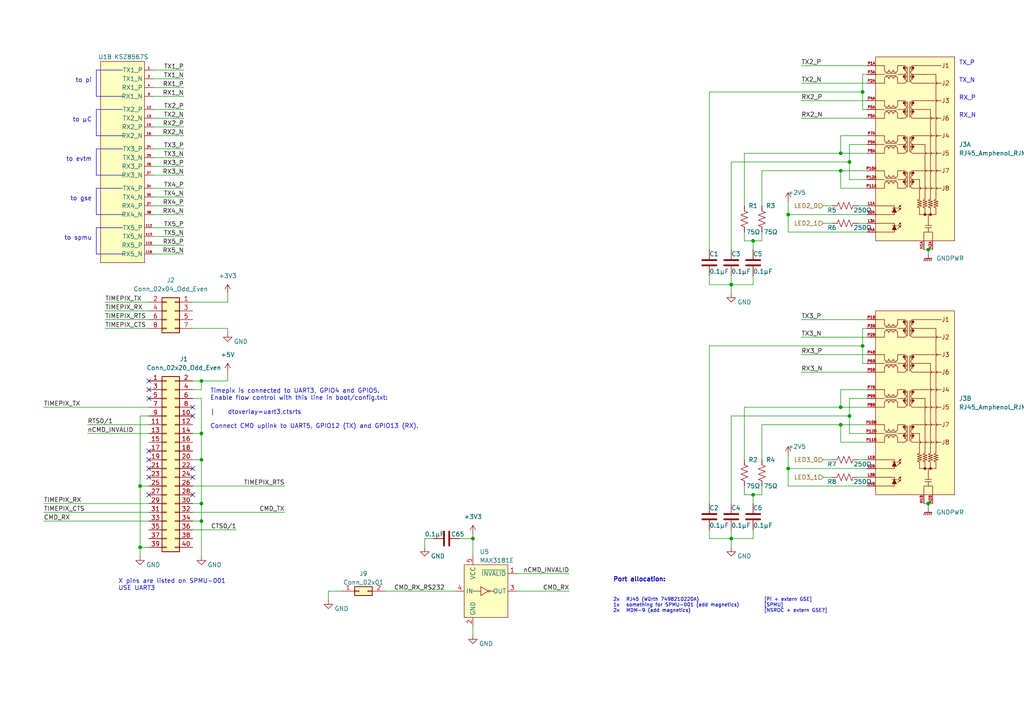
<source format=kicad_sch>
(kicad_sch (version 20230121) (generator eeschema)
  (paper "A4")
  (junction (at 58.42 110.49))
  (junction (at 359.41 13.97))
  (junction (at 269.24 146.05))
  (junction (at 250.19 100.33))
  (junction (at 243.84 118.11))
  (junction (at 339.09 184.15))
  (junction (at 250.19 26.67))
  (junction (at 212.09 82.55))
  (junction (at 137.16 156.21))
  (junction (at 243.84 44.45))
  (junction (at 353.06 110.49))
  (junction (at 243.84 123.19))
  (junction (at 246.38 120.65))
  (junction (at 243.84 49.53))
  (junction (at 269.24 72.39))
  (junction (at 354.33 204.47))
  (junction (at 58.42 151.13))
  (junction (at 356.87 163.83))
  (junction (at 58.42 125.73))
  (junction (at 341.63 34.29))
  (junction (at 58.42 133.35))
  (junction (at 40.64 158.75))
  (junction (at 218.44 143.51))
  (junction (at 40.64 140.97))
  (junction (at 58.42 146.05))
  (junction (at 354.33 35.56))
  (junction (at 340.36 109.22))
  (junction (at 356.87 54.61))
  (junction (at 246.38 46.99))
  (junction (at 228.6 62.23))
  (junction (at 358.14 88.9))
  (junction (at 218.44 69.85))
  (junction (at 212.09 156.21))
  (junction (at 351.79 185.42))
  (junction (at 355.6 129.54))
  (junction (at 228.6 135.89))
  (no_connect (at 55.88 118.11))
  (no_connect (at 55.88 120.65))
  (no_connect (at 43.18 133.35))
  (no_connect (at 55.88 138.43))
  (no_connect (at 43.18 138.43))
  (no_connect (at 43.18 135.89))
  (no_connect (at 55.88 143.51))
  (no_connect (at 43.18 130.81))
  (no_connect (at 43.18 110.49))
  (no_connect (at 43.18 113.03))
  (no_connect (at 43.18 115.57))
  (no_connect (at 43.18 143.51))
  (no_connect (at 55.88 135.89))
  (wire (pts (xy 44.45 22.86) (xy 53.34 22.86)))
  (wire (pts (xy 340.36 87.63) (xy 340.36 109.22)))
  (wire (pts (xy 267.97 146.05) (xy 269.24 146.05)))
  (wire (pts (xy 55.88 87.63) (xy 66.04 87.63)))
  (wire (pts (xy 55.88 148.59) (xy 82.55 148.59)))
  (wire (pts (xy 349.25 168.91) (xy 359.41 168.91)))
  (wire (pts (xy 205.74 26.67) (xy 250.19 26.67)))
  (wire (pts (xy 339.09 162.56) (xy 341.63 162.56)))
  (wire (pts (xy 341.63 63.5) (xy 341.63 68.58)))
  (polyline (pts (xy 246.38 -24.13) (xy 246.38 -20.32)))
  (wire (pts (xy 374.65 33.02) (xy 374.65 24.13)))
  (wire (pts (xy 358.14 129.54) (xy 358.14 128.27)))
  (wire (pts (xy 370.84 107.95) (xy 373.38 107.95)))
  (wire (pts (xy 331.47 93.98) (xy 342.9 93.98)))
  (wire (pts (xy 40.64 120.65) (xy 40.64 140.97)))
  (wire (pts (xy 372.11 163.83) (xy 372.11 171.45)))
  (wire (pts (xy 243.84 128.27) (xy 243.84 123.19)))
  (wire (pts (xy 238.76 138.43) (xy 241.3 138.43)))
  (wire (pts (xy 133.35 156.21) (xy 137.16 156.21)))
  (wire (pts (xy 372.11 13.97) (xy 374.65 13.97)))
  (wire (pts (xy 340.36 87.63) (xy 342.9 87.63)))
  (wire (pts (xy 370.84 110.49) (xy 375.92 110.49)))
  (wire (pts (xy 248.92 64.77) (xy 251.46 64.77)))
  (wire (pts (xy 232.41 97.79) (xy 251.46 97.79)))
  (wire (pts (xy 248.92 133.35) (xy 251.46 133.35)))
  (wire (pts (xy 340.36 138.43) (xy 340.36 143.51)))
  (wire (pts (xy 373.38 99.06) (xy 389.89 99.06)))
  (wire (pts (xy 44.45 25.4) (xy 53.34 25.4)))
  (wire (pts (xy 359.41 13.97) (xy 359.41 45.72)))
  (wire (pts (xy 360.68 93.98) (xy 360.68 88.9)))
  (wire (pts (xy 370.84 88.9) (xy 373.38 88.9)))
  (wire (pts (xy 95.25 171.45) (xy 95.25 173.99)))
  (wire (pts (xy 330.2 190.5) (xy 341.63 190.5)))
  (wire (pts (xy 215.9 118.11) (xy 243.84 118.11)))
  (wire (pts (xy 55.88 140.97) (xy 82.55 140.97)))
  (wire (pts (xy 377.19 26.67) (xy 392.43 26.67)))
  (wire (pts (xy 361.95 40.64) (xy 361.95 35.56)))
  (wire (pts (xy 356.87 55.88) (xy 356.87 54.61)))
  (wire (pts (xy 332.74 6.35) (xy 344.17 6.35)))
  (wire (pts (xy 354.33 35.56) (xy 351.79 35.56)))
  (wire (pts (xy 44.45 59.69) (xy 53.34 59.69)))
  (wire (pts (xy 228.6 67.31) (xy 251.46 67.31)))
  (wire (pts (xy 44.45 73.66) (xy 53.34 73.66)))
  (wire (pts (xy 215.9 143.51) (xy 218.44 143.51)))
  (wire (pts (xy 58.42 110.49) (xy 66.04 110.49)))
  (polyline (pts (xy 35.56 20.32) (xy 27.94 20.32)))
  (polyline (pts (xy 243.84 -24.13) (xy 243.84 -19.05)))
  (wire (pts (xy 44.45 54.61) (xy 53.34 54.61)))
  (wire (pts (xy 349.25 190.5) (xy 359.41 190.5)))
  (wire (pts (xy 243.84 44.45) (xy 251.46 44.45)))
  (wire (pts (xy 350.52 81.28) (xy 360.68 81.28)))
  (wire (pts (xy 220.98 123.19) (xy 243.84 123.19)))
  (wire (pts (xy 359.41 190.5) (xy 359.41 185.42)))
  (wire (pts (xy 12.7 148.59) (xy 43.18 148.59)))
  (wire (pts (xy 354.33 54.61) (xy 356.87 54.61)))
  (polyline (pts (xy 27.94 31.75) (xy 27.94 39.37)))
  (wire (pts (xy 232.41 107.95) (xy 251.46 107.95)))
  (wire (pts (xy 359.41 177.8) (xy 359.41 182.88)))
  (wire (pts (xy 243.84 118.11) (xy 251.46 118.11)))
  (wire (pts (xy 359.41 156.21) (xy 359.41 161.29)))
  (wire (pts (xy 248.92 138.43) (xy 251.46 138.43)))
  (wire (pts (xy 58.42 133.35) (xy 55.88 133.35)))
  (wire (pts (xy 44.45 68.58) (xy 53.34 68.58)))
  (polyline (pts (xy 232.41 -34.29) (xy 232.41 -16.51)) (stroke (width 0) (type solid)))
  (wire (pts (xy 66.04 95.25) (xy 66.04 96.52)))
  (wire (pts (xy 228.6 62.23) (xy 228.6 67.31)))
  (polyline (pts (xy 27.94 50.8) (xy 35.56 50.8)))
  (wire (pts (xy 246.38 41.91) (xy 251.46 41.91)))
  (wire (pts (xy 232.41 102.87) (xy 251.46 102.87)))
  (wire (pts (xy 58.42 115.57) (xy 58.42 125.73)))
  (wire (pts (xy 212.09 46.99) (xy 212.09 72.39)))
  (wire (pts (xy 349.25 182.88) (xy 351.79 182.88)))
  (polyline (pts (xy 245.11 -24.13) (xy 245.11 -17.78)))
  (wire (pts (xy 355.6 138.43) (xy 355.6 143.51)))
  (wire (pts (xy 251.46 125.73) (xy 246.38 125.73)))
  (wire (pts (xy 361.95 19.05) (xy 361.95 13.97)))
  (wire (pts (xy 250.19 26.67) (xy 250.19 31.75)))
  (wire (pts (xy 353.06 110.49) (xy 353.06 120.65)))
  (polyline (pts (xy 255.27 -26.67) (xy 255.27 -30.48)))
  (wire (pts (xy 55.88 153.67) (xy 68.58 153.67)))
  (polyline (pts (xy 242.57 -24.13) (xy 247.65 -24.13)))
  (wire (pts (xy 351.79 13.97) (xy 359.41 13.97)))
  (wire (pts (xy 361.95 6.35) (xy 361.95 11.43)))
  (wire (pts (xy 44.45 43.18) (xy 53.34 43.18)))
  (wire (pts (xy 251.46 54.61) (xy 243.84 54.61)))
  (wire (pts (xy 149.86 171.45) (xy 165.1 171.45)))
  (wire (pts (xy 377.19 19.05) (xy 377.19 11.43)))
  (wire (pts (xy 220.98 67.31) (xy 220.98 69.85)))
  (polyline (pts (xy 232.41 -34.29) (xy 260.35 -34.29)) (stroke (width 0) (type solid)))
  (wire (pts (xy 353.06 129.54) (xy 355.6 129.54)))
  (polyline (pts (xy 255.27 -30.48) (xy 259.08 -30.48)))
  (wire (pts (xy 40.64 158.75) (xy 43.18 158.75)))
  (wire (pts (xy 228.6 135.89) (xy 228.6 140.97)))
  (wire (pts (xy 369.57 163.83) (xy 372.11 163.83)))
  (wire (pts (xy 212.09 80.01) (xy 212.09 82.55)))
  (wire (pts (xy 375.92 101.6) (xy 375.92 110.49)))
  (wire (pts (xy 44.45 66.04) (xy 53.34 66.04)))
  (wire (pts (xy 350.52 86.36) (xy 358.14 86.36)))
  (wire (pts (xy 238.76 59.69) (xy 241.3 59.69)))
  (wire (pts (xy 205.74 26.67) (xy 205.74 72.39)))
  (wire (pts (xy 355.6 129.54) (xy 358.14 129.54)))
  (wire (pts (xy 215.9 59.69) (xy 215.9 44.45)))
  (wire (pts (xy 389.89 101.6) (xy 375.92 101.6)))
  (wire (pts (xy 228.6 140.97) (xy 251.46 140.97)))
  (wire (pts (xy 58.42 125.73) (xy 58.42 133.35)))
  (wire (pts (xy 44.45 45.72) (xy 53.34 45.72)))
  (wire (pts (xy 44.45 57.15) (xy 53.34 57.15)))
  (wire (pts (xy 246.38 125.73) (xy 246.38 120.65)))
  (wire (pts (xy 332.74 40.64) (xy 344.17 40.64)))
  (wire (pts (xy 12.7 146.05) (xy 43.18 146.05)))
  (wire (pts (xy 374.65 176.53) (xy 374.65 185.42)))
  (wire (pts (xy 377.19 19.05) (xy 392.43 19.05)))
  (polyline (pts (xy 27.94 43.18) (xy 27.94 50.8)))
  (wire (pts (xy 212.09 120.65) (xy 246.38 120.65)))
  (wire (pts (xy 360.68 81.28) (xy 360.68 86.36)))
  (wire (pts (xy 205.74 80.01) (xy 205.74 82.55)))
  (wire (pts (xy 349.25 161.29) (xy 356.87 161.29)))
  (wire (pts (xy 349.25 156.21) (xy 359.41 156.21)))
  (wire (pts (xy 44.45 27.94) (xy 53.34 27.94)))
  (wire (pts (xy 243.84 54.61) (xy 243.84 49.53)))
  (wire (pts (xy 251.46 49.53) (xy 243.84 49.53)))
  (wire (pts (xy 125.73 156.21) (xy 123.19 156.21)))
  (wire (pts (xy 373.38 88.9) (xy 373.38 96.52)))
  (wire (pts (xy 369.57 161.29) (xy 374.65 161.29)))
  (wire (pts (xy 220.98 49.53) (xy 243.84 49.53)))
  (wire (pts (xy 354.33 213.36) (xy 354.33 218.44)))
  (wire (pts (xy 228.6 62.23) (xy 251.46 62.23)))
  (polyline (pts (xy 260.35 -16.51) (xy 260.35 -34.29)) (stroke (width 0) (type solid)))
  (wire (pts (xy 44.45 34.29) (xy 53.34 34.29)))
  (wire (pts (xy 246.38 115.57) (xy 251.46 115.57)))
  (wire (pts (xy 374.65 13.97) (xy 374.65 21.59)))
  (wire (pts (xy 149.86 166.37) (xy 165.1 166.37)))
  (wire (pts (xy 250.19 100.33) (xy 250.19 105.41)))
  (wire (pts (xy 248.92 59.69) (xy 251.46 59.69)))
  (wire (pts (xy 243.84 39.37) (xy 243.84 44.45)))
  (wire (pts (xy 361.95 27.94) (xy 361.95 33.02)))
  (wire (pts (xy 215.9 67.31) (xy 215.9 69.85)))
  (wire (pts (xy 339.09 213.36) (xy 339.09 218.44)))
  (wire (pts (xy 215.9 133.35) (xy 215.9 118.11)))
  (wire (pts (xy 351.79 11.43) (xy 359.41 11.43)))
  (wire (pts (xy 350.52 102.87) (xy 360.68 102.87)))
  (wire (pts (xy 353.06 107.95) (xy 353.06 110.49)))
  (wire (pts (xy 238.76 133.35) (xy 241.3 133.35)))
  (wire (pts (xy 370.84 86.36) (xy 375.92 86.36)))
  (wire (pts (xy 341.63 34.29) (xy 341.63 55.88)))
  (polyline (pts (xy 246.38 -20.32) (xy 259.08 -20.32)))
  (wire (pts (xy 212.09 156.21) (xy 212.09 158.75)))
  (wire (pts (xy 232.41 92.71) (xy 251.46 92.71)))
  (wire (pts (xy 353.06 128.27) (xy 353.06 129.54)))
  (wire (pts (xy 220.98 123.19) (xy 220.98 133.35)))
  (wire (pts (xy 351.79 203.2) (xy 351.79 204.47)))
  (wire (pts (xy 137.16 156.21) (xy 137.16 161.29)))
  (wire (pts (xy 40.64 140.97) (xy 40.64 158.75)))
  (wire (pts (xy 374.65 21.59) (xy 392.43 21.59)))
  (wire (pts (xy 351.79 182.88) (xy 351.79 185.42)))
  (wire (pts (xy 212.09 46.99) (xy 246.38 46.99)))
  (wire (pts (xy 99.06 171.45) (xy 95.25 171.45)))
  (wire (pts (xy 228.6 135.89) (xy 251.46 135.89)))
  (polyline (pts (xy 243.84 -19.05) (xy 236.22 -19.05)))
  (wire (pts (xy 58.42 110.49) (xy 58.42 113.03)))
  (wire (pts (xy 341.63 12.7) (xy 344.17 12.7)))
  (wire (pts (xy 269.24 72.39) (xy 270.51 72.39)))
  (wire (pts (xy 215.9 69.85) (xy 218.44 69.85)))
  (polyline (pts (xy 27.94 62.23) (xy 35.56 62.23)))
  (wire (pts (xy 373.38 107.95) (xy 373.38 99.06)))
  (wire (pts (xy 330.2 168.91) (xy 341.63 168.91)))
  (wire (pts (xy 369.57 182.88) (xy 372.11 182.88)))
  (wire (pts (xy 215.9 44.45) (xy 243.84 44.45)))
  (wire (pts (xy 351.79 40.64) (xy 361.95 40.64)))
  (wire (pts (xy 251.46 123.19) (xy 243.84 123.19)))
  (wire (pts (xy 232.41 29.21) (xy 251.46 29.21)))
  (wire (pts (xy 212.09 153.67) (xy 212.09 156.21)))
  (wire (pts (xy 332.74 27.94) (xy 344.17 27.94)))
  (wire (pts (xy 372.11 11.43) (xy 377.19 11.43)))
  (polyline (pts (xy 242.57 -29.21) (xy 247.65 -29.21)))
  (wire (pts (xy 351.79 33.02) (xy 354.33 33.02)))
  (wire (pts (xy 353.06 110.49) (xy 350.52 110.49)))
  (polyline (pts (xy 27.94 27.94) (xy 35.56 27.94)))
  (wire (pts (xy 351.79 185.42) (xy 349.25 185.42)))
  (wire (pts (xy 349.25 163.83) (xy 356.87 163.83)))
  (wire (pts (xy 356.87 54.61) (xy 359.41 54.61)))
  (wire (pts (xy 372.11 171.45) (xy 388.62 171.45)))
  (polyline (pts (xy 236.22 -19.05) (xy 236.22 -17.78)))
  (wire (pts (xy 228.6 132.08) (xy 228.6 135.89)))
  (polyline (pts (xy 35.56 54.61) (xy 27.94 54.61)))
  (wire (pts (xy 374.65 24.13) (xy 392.43 24.13)))
  (wire (pts (xy 339.09 184.15) (xy 339.09 205.74)))
  (wire (pts (xy 251.46 21.59) (xy 250.19 21.59)))
  (wire (pts (xy 250.19 95.25) (xy 250.19 100.33)))
  (wire (pts (xy 218.44 143.51) (xy 220.98 143.51)))
  (wire (pts (xy 55.88 115.57) (xy 58.42 115.57)))
  (wire (pts (xy 372.11 182.88) (xy 372.11 173.99)))
  (wire (pts (xy 30.48 92.71) (xy 43.18 92.71)))
  (polyline (pts (xy 27.94 39.37) (xy 35.56 39.37)))
  (wire (pts (xy 388.62 168.91) (xy 374.65 168.91)))
  (wire (pts (xy 330.2 177.8) (xy 341.63 177.8)))
  (wire (pts (xy 350.52 88.9) (xy 358.14 88.9)))
  (wire (pts (xy 58.42 133.35) (xy 58.42 146.05)))
  (wire (pts (xy 354.33 35.56) (xy 354.33 45.72)))
  (wire (pts (xy 243.84 39.37) (xy 251.46 39.37)))
  (wire (pts (xy 44.45 50.8) (xy 53.34 50.8)))
  (wire (pts (xy 350.52 107.95) (xy 353.06 107.95)))
  (polyline (pts (xy 27.94 20.32) (xy 27.94 27.94)))
  (wire (pts (xy 44.45 48.26) (xy 53.34 48.26)))
  (wire (pts (xy 44.45 71.12) (xy 53.34 71.12)))
  (wire (pts (xy 372.11 33.02) (xy 374.65 33.02)))
  (wire (pts (xy 251.46 52.07) (xy 246.38 52.07)))
  (wire (pts (xy 66.04 107.95) (xy 66.04 110.49)))
  (wire (pts (xy 58.42 151.13) (xy 58.42 161.29)))
  (wire (pts (xy 358.14 86.36) (xy 358.14 88.9)))
  (wire (pts (xy 205.74 82.55) (xy 212.09 82.55)))
  (wire (pts (xy 58.42 113.03) (xy 55.88 113.03)))
  (wire (pts (xy 354.33 204.47) (xy 356.87 204.47)))
  (wire (pts (xy 55.88 110.49) (xy 58.42 110.49)))
  (wire (pts (xy 341.63 34.29) (xy 344.17 34.29)))
  (wire (pts (xy 388.62 176.53) (xy 374.65 176.53)))
  (wire (pts (xy 44.45 39.37) (xy 53.34 39.37)))
  (wire (pts (xy 215.9 140.97) (xy 215.9 143.51)))
  (wire (pts (xy 238.76 64.77) (xy 241.3 64.77)))
  (wire (pts (xy 218.44 82.55) (xy 218.44 80.01)))
  (polyline (pts (xy 27.94 66.04) (xy 27.94 73.66)))
  (wire (pts (xy 212.09 82.55) (xy 218.44 82.55)))
  (wire (pts (xy 351.79 204.47) (xy 354.33 204.47)))
  (wire (pts (xy 360.68 102.87) (xy 360.68 107.95)))
  (wire (pts (xy 331.47 81.28) (xy 342.9 81.28)))
  (wire (pts (xy 205.74 100.33) (xy 205.74 146.05)))
  (wire (pts (xy 205.74 156.21) (xy 212.09 156.21)))
  (wire (pts (xy 389.89 93.98) (xy 375.92 93.98)))
  (wire (pts (xy 340.36 109.22) (xy 340.36 130.81)))
  (wire (pts (xy 355.6 130.81) (xy 355.6 129.54)))
  (polyline (pts (xy 233.68 -21.59) (xy 237.49 -21.59)))
  (wire (pts (xy 350.52 115.57) (xy 360.68 115.57)))
  (wire (pts (xy 349.25 177.8) (xy 359.41 177.8)))
  (wire (pts (xy 330.2 156.21) (xy 341.63 156.21)))
  (wire (pts (xy 354.33 205.74) (xy 354.33 204.47)))
  (wire (pts (xy 359.41 54.61) (xy 359.41 53.34)))
  (wire (pts (xy 341.63 12.7) (xy 341.63 34.29)))
  (wire (pts (xy 331.47 102.87) (xy 342.9 102.87)))
  (wire (pts (xy 250.19 105.41) (xy 251.46 105.41)))
  (wire (pts (xy 44.45 36.83) (xy 53.34 36.83)))
  (wire (pts (xy 356.87 161.29) (xy 356.87 163.83)))
  (wire (pts (xy 220.98 49.53) (xy 220.98 59.69)))
  (wire (pts (xy 232.41 19.05) (xy 251.46 19.05)))
  (wire (pts (xy 228.6 58.42) (xy 228.6 62.23)))
  (wire (pts (xy 331.47 115.57) (xy 342.9 115.57)))
  (wire (pts (xy 350.52 93.98) (xy 360.68 93.98)))
  (wire (pts (xy 351.79 19.05) (xy 361.95 19.05)))
  (polyline (pts (xy 232.41 -16.51) (xy 260.35 -16.51)) (stroke (width 0) (type solid)))
  (wire (pts (xy 25.4 125.73) (xy 43.18 125.73)))
  (wire (pts (xy 332.74 19.05) (xy 344.17 19.05)))
  (wire (pts (xy 351.79 27.94) (xy 361.95 27.94)))
  (wire (pts (xy 218.44 69.85) (xy 218.44 72.39)))
  (wire (pts (xy 66.04 85.09) (xy 66.04 87.63)))
  (wire (pts (xy 246.38 52.07) (xy 246.38 46.99)))
  (wire (pts (xy 40.64 158.75) (xy 40.64 161.29)))
  (wire (pts (xy 25.4 123.19) (xy 43.18 123.19)))
  (wire (pts (xy 251.46 128.27) (xy 243.84 128.27)))
  (wire (pts (xy 372.11 35.56) (xy 377.19 35.56)))
  (wire (pts (xy 30.48 95.25) (xy 43.18 95.25)))
  (wire (pts (xy 351.79 6.35) (xy 361.95 6.35)))
  (wire (pts (xy 360.68 110.49) (xy 360.68 115.57)))
  (wire (pts (xy 269.24 146.05) (xy 270.51 146.05)))
  (wire (pts (xy 43.18 120.65) (xy 40.64 120.65)))
  (wire (pts (xy 212.09 82.55) (xy 212.09 85.09)))
  (wire (pts (xy 58.42 125.73) (xy 55.88 125.73)))
  (wire (pts (xy 218.44 156.21) (xy 218.44 153.67)))
  (wire (pts (xy 205.74 100.33) (xy 250.19 100.33)))
  (wire (pts (xy 40.64 140.97) (xy 43.18 140.97)))
  (polyline (pts (xy 27.94 73.66) (xy 35.56 73.66)))
  (wire (pts (xy 358.14 88.9) (xy 358.14 120.65)))
  (wire (pts (xy 137.16 184.15) (xy 137.16 181.61)))
  (wire (pts (xy 243.84 113.03) (xy 251.46 113.03)))
  (wire (pts (xy 212.09 156.21) (xy 218.44 156.21)))
  (wire (pts (xy 339.09 162.56) (xy 339.09 184.15)))
  (wire (pts (xy 359.41 168.91) (xy 359.41 163.83)))
  (wire (pts (xy 212.09 120.65) (xy 212.09 146.05)))
  (wire (pts (xy 374.65 168.91) (xy 374.65 161.29)))
  (wire (pts (xy 250.19 31.75) (xy 251.46 31.75)))
  (wire (pts (xy 30.48 90.17) (xy 43.18 90.17)))
  (wire (pts (xy 339.09 184.15) (xy 341.63 184.15)))
  (wire (pts (xy 372.11 173.99) (xy 388.62 173.99)))
  (wire (pts (xy 359.41 11.43) (xy 359.41 13.97)))
  (wire (pts (xy 369.57 185.42) (xy 374.65 185.42)))
  (wire (pts (xy 111.76 171.45) (xy 132.08 171.45)))
  (wire (pts (xy 340.36 109.22) (xy 342.9 109.22)))
  (wire (pts (xy 356.87 63.5) (xy 356.87 68.58)))
  (polyline (pts (xy 242.57 -25.4) (xy 237.49 -25.4)))
  (polyline (pts (xy 237.49 -25.4) (xy 237.49 -21.59)))
  (wire (pts (xy 55.88 95.25) (xy 66.04 95.25)))
  (polyline (pts (xy 35.56 43.18) (xy 27.94 43.18)))
  (wire (pts (xy 58.42 151.13) (xy 55.88 151.13)))
  (polyline (pts (xy 27.94 54.61) (xy 27.94 62.23)))
  (wire (pts (xy 250.19 21.59) (xy 250.19 26.67)))
  (polyline (pts (xy 35.56 31.75) (xy 27.94 31.75)))
  (wire (pts (xy 373.38 96.52) (xy 389.89 96.52)))
  (wire (pts (xy 123.19 156.21) (xy 123.19 158.75)))
  (wire (pts (xy 356.87 163.83) (xy 356.87 195.58)))
  (wire (pts (xy 351.79 185.42) (xy 351.79 195.58)))
  (wire (pts (xy 44.45 62.23) (xy 53.34 62.23)))
  (polyline (pts (xy 35.56 66.04) (xy 27.94 66.04)))
  (wire (pts (xy 246.38 46.99) (xy 246.38 41.91)))
  (wire (pts (xy 375.92 93.98) (xy 375.92 86.36)))
  (wire (pts (xy 356.87 204.47) (xy 356.87 203.2)))
  (wire (pts (xy 218.44 69.85) (xy 220.98 69.85)))
  (wire (pts (xy 220.98 140.97) (xy 220.98 143.51)))
  (polyline (pts (xy 242.57 -29.21) (xy 242.57 -24.13)))
  (wire (pts (xy 232.41 24.13) (xy 251.46 24.13)))
  (wire (pts (xy 269.24 72.39) (xy 269.24 73.66)))
  (wire (pts (xy 44.45 31.75) (xy 53.34 31.75)))
  (polyline (pts (xy 247.65 -24.13) (xy 247.65 -29.21)))
  (wire (pts (xy 246.38 120.65) (xy 246.38 115.57)))
  (wire (pts (xy 232.41 34.29) (xy 251.46 34.29)))
  (wire (pts (xy 58.42 146.05) (xy 55.88 146.05)))
  (wire (pts (xy 44.45 20.32) (xy 53.34 20.32)))
  (wire (pts (xy 269.24 147.32) (xy 269.24 146.05)))
  (wire (pts (xy 218.44 143.51) (xy 218.44 146.05)))
  (wire (pts (xy 377.19 26.67) (xy 377.19 35.56)))
  (wire (pts (xy 354.33 53.34) (xy 354.33 54.61)))
  (wire (pts (xy 354.33 33.02) (xy 354.33 35.56)))
  (wire (pts (xy 12.7 151.13) (xy 43.18 151.13)))
  (wire (pts (xy 137.16 154.94) (xy 137.16 156.21)))
  (wire (pts (xy 251.46 95.25) (xy 250.19 95.25)))
  (wire (pts (xy 243.84 113.03) (xy 243.84 118.11)))
  (polyline (pts (xy 247.65 -26.67) (xy 255.27 -26.67)))
  (wire (pts (xy 58.42 146.05) (xy 58.42 151.13)))
  (wire (pts (xy 267.97 72.39) (xy 269.24 72.39)))
  (wire (pts (xy 205.74 153.67) (xy 205.74 156.21)))
  (wire (pts (xy 12.7 118.11) (xy 43.18 118.11)))
  (wire (pts (xy 30.48 87.63) (xy 43.18 87.63)))
  (text "Timepix is connected to UART3, GPIO4 and GPIO5.\nEnable flow control with this line in boot/config.txt:\n\n|    dtoverlay=uart3,ctsrts\n\nConnect CMD uplink to UART5, GPIO12 (TX) and GPIO13 (RX)." (at 60.96 124.46 0) (effects (font (size 1.27 1.27)) (justify left bottom)))
  (text "to spmu" (at 26.67 69.85 0) (effects (font (size 1.27 1.27)) (justify right bottom)))
  (text "NSROC\nMDM9 jumper" (at 226.06 -24.13 90) (effects (font (size 1.27 1.27)) (justify right bottom)))
  (text "to gse" (at 26.67 58.42 0) (effects (font (size 1.27 1.27)) (justify right bottom)))
  (text "ETH3" (at 233.68 -12.7 0) (effects (font (size 1.27 1.27)) (justify left bottom)))
  (text "TX_P" (at 278.13 19.05 0) (effects (font (size 1.27 1.27)) (justify left bottom)))
  (text "Pi\njumper" (at 270.51 -27.94 90) (effects (font (size 1.27 1.27)) (justify left bottom)))
  (text "to evtm" (at 26.67 46.99 0) (effects (font (size 1.27 1.27)) (justify right bottom)))
  (text "to pi" (at 26.67 24.13 0) (effects (font (size 1.27 1.27)) (justify right bottom)))
  (text "GSE\nRJ45" (at 243.84 -7.62 0) (effects (font (size 1.27 1.27)) (justify left bottom)))
  (text "TX_N" (at 278.13 24.13 0) (effects (font (size 1.27 1.27)) (justify left bottom)))
  (text "to µC" (at 26.67 35.56 0) (effects (font (size 1.27 1.27)) (justify right bottom)))
  (text "ETH1" (at 264.16 -17.78 90) (effects (font (size 1.27 1.27)) (justify left bottom)))
  (text "2x	RJ45 (Würth 7498210220A) 				[Pi + extern GSE]\n1x	something for SPMU-001 (add magnetics) 	[SPMU]\n2x	MDM-9 (add magnetics) 					[NSROC + extern GSE?]" (at 177.8 177.8 0) (effects (font (size 1 1)) (justify left bottom)))
  (text "etc\nRJ45" (at 233.68 -7.62 0) (effects (font (size 1.27 1.27)) (justify left bottom)))
  (text "X pins are listed on SPMU-001\nUSE UART3" (at 34.29 171.45 0) (effects (font (size 1.27 1.27)) (justify left bottom)))
  (text "SPMU\njumper" (at 269.24 -17.78 90) (effects (font (size 1.27 1.27)) (justify left bottom)))
  (text "ETH4" (at 231.14 -19.05 90) (effects (font (size 1.27 1.27)) (justify left bottom)))
  (text "RX_P" (at 278.13 29.21 0) (effects (font (size 1.27 1.27)) (justify left bottom)))
  (text "ETH5" (at 264.16 -27.94 90) (effects (font (size 1.27 1.27)) (justify left bottom)))
  (text "Port allocation:" (at 177.8 168.91 0) (effects (font (size 1.27 1.27) bold) (justify left bottom)))
  (text "ETH2" (at 243.84 -12.7 0) (effects (font (size 1.27 1.27)) (justify left bottom)))
  (text "RX_N" (at 278.13 34.29 0) (effects (font (size 1.27 1.27)) (justify left bottom)))
  (label "JTX1_N" (at 389.89 21.59 180))
  (label "RX1_N" (at 53.34 27.94 180))
  (label "JRX5_N" (at 389.89 101.6 180))
  (label "TX2_N" (at 232.41 24.13 0))
  (label "RX3_P" (at 232.41 102.87 0))
  (label "RX3_N" (at 53.34 50.8 180))
  (label "JTX4_P" (at 388.62 168.91 180))
  (label "CMD_RX" (at 12.7 151.13 0))
  (label "RX4_N" (at 53.34 62.23 180))
  (label "TX3_N" (at 53.34 45.72 180))
  (label "RX1_P" (at 332.74 27.94 0))
  (label "TX2_P" (at 232.41 19.05 0))
  (label "RX4_P" (at 330.2 177.8 0))
  (label "TX4_P" (at 330.2 156.21 0))
  (label "TX3_P" (at 232.41 92.71 0))
  (label "JTX1_P" (at 389.89 19.05 180))
  (label "nCMD_INVALID" (at 165.1 166.37 180))
  (label "JRX1_P" (at 389.89 24.13 180))
  (label "TX3_N" (at 232.41 97.79 0))
  (label "TIMEPIX_CTS" (at 12.7 148.59 0))
  (label "CMD_RX_RS232" (at 114.3 171.45 0))
  (label "JRX1_N" (at 389.89 26.67 180))
  (label "TX3_P" (at 53.34 43.18 180))
  (label "RTS0{slash}1" (at 25.4 123.19 0))
  (label "TX1_N" (at 53.34 22.86 180))
  (label "RX1_N" (at 332.74 40.64 0))
  (label "RX5_P" (at 53.34 71.12 180))
  (label "TX1_P" (at 53.34 20.32 180))
  (label "TX4_N" (at 330.2 168.91 0))
  (label "TIMEPIX_TX" (at 12.7 118.11 0))
  (label "TX5_P" (at 53.34 66.04 180))
  (label "JTX5_N" (at 389.89 96.52 180))
  (label "RX5_N" (at 331.47 115.57 0))
  (label "TIMEPIX_RX" (at 12.7 146.05 0))
  (label "JRX5_P" (at 389.89 99.06 180))
  (label "TX1_P" (at 332.74 6.35 0))
  (label "TX4_N" (at 53.34 57.15 180))
  (label "RX4_P" (at 53.34 59.69 180))
  (label "RX2_N" (at 53.34 39.37 180))
  (label "RX5_N" (at 53.34 73.66 180))
  (label "RX3_P" (at 53.34 48.26 180))
  (label "RX2_P" (at 232.41 29.21 0))
  (label "JTX5_P" (at 389.89 93.98 180))
  (label "TIMEPIX_TX" (at 30.48 87.63 0))
  (label "JTX4_N" (at 388.62 171.45 180))
  (label "TIMEPIX_RX" (at 30.48 90.17 0))
  (label "RX3_N" (at 232.41 107.95 0))
  (label "RX1_P" (at 53.34 25.4 180))
  (label "TX5_P" (at 331.47 81.28 0))
  (label "CMD_RX" (at 165.1 171.45 180))
  (label "TX2_P" (at 53.34 31.75 180))
  (label "TX5_N" (at 331.47 93.98 0))
  (label "RX2_N" (at 232.41 34.29 0))
  (label "TX5_N" (at 53.34 68.58 180))
  (label "TX2_N" (at 53.34 34.29 180))
  (label "TX4_P" (at 53.34 54.61 180))
  (label "TIMEPIX_RTS" (at 30.48 92.71 0))
  (label "nCMD_INVALID" (at 25.4 125.73 0))
  (label "TIMEPIX_CTS" (at 30.48 95.25 0))
  (label "CTS0{slash}1" (at 68.58 153.67 180))
  (label "CMD_TX" (at 82.55 148.59 180))
  (label "JRX4_N" (at 388.62 176.53 180))
  (label "RX2_P" (at 53.34 36.83 180))
  (label "RX5_P" (at 331.47 102.87 0))
  (label "JRX4_P" (at 388.62 173.99 180))
  (label "TX1_N" (at 332.74 19.05 0))
  (label "TIMEPIX_RTS" (at 82.55 140.97 180))
  (label "RX4_N" (at 330.2 190.5 0))
  (hierarchical_label "LED2_0" (shape input) (at 238.76 59.69 180))
  (hierarchical_label "LED3_0" (shape input) (at 238.76 133.35 180))
  (hierarchical_label "LED2_1" (shape input) (at 238.76 64.77 180))
  (hierarchical_label "LED3_1" (shape input) (at 238.76 138.43 180))
  (symbol (lib_id "Device:C") (at 212.09 149.86 180) (unit 1)
    (property "Reference" "C4" (at 212.09 147.32 0) (effects (justify right)))
    (property "Value" "0.1µF" (at 212.09 152.4 0) (effects (justify right)))
    (property "Footprint" "Capacitor_SMD:C_0603_1608Metric" (effects hide))
  )
  (symbol (lib_id "power:GNDPWR") (at 355.6 143.51 0) (unit 1)
    (property "Reference" "#PWR018" (effects hide))
    (property "Value" "GNDPWR" (at 361.95 144.78 0))
  )
  (symbol (lib_id "Filter:Choke") (at 365.76 109.22 0) (mirror x) (unit 1)
    (property "Reference" "FL4" (at 365.76 105.41 0))
    (property "Value" "Choke" (at 360.68 105.41 0))
    (property "Footprint" "Filter:Filter_Bourns_SRF2012A-801Y" (effects hide))
    (property "Datasheet" "https://www.bourns.com/docs/product-datasheets/srf2012a-801y.pdf" (effects hide))
    (property "Digikey" "SRF2012A-801YCT-ND" (effects hide))
  )
  (symbol (lib_id "power:GND") (at 66.04 96.52 0) (unit 1)
    (property "Reference" "#PWR06" (effects hide))
    (property "Value" "GND" (at 69.85 99.06 0))
  )
  (symbol (lib_id "power:GND") (at 339.09 218.44 0) (unit 1)
    (property "Reference" "#PWR014" (effects hide))
    (property "Value" "GND" (at 342.9 220.98 0))
  )
  (symbol (lib_id "Connector_Generic:Conn_02x04_Odd_Even") (at 50.8 90.17 0) (mirror y) (unit 1)
    (property "Reference" "J2" (at 49.53 81.28 0))
    (property "Value" "Conn_02x04_Odd_Even" (at 49.53 83.82 0))
    (property "Footprint" "Connector_PinHeader_2.00mm:PinHeader_2x04_P2.00mm_Vertical" (effects hide))
  )
  (symbol (lib_id "Device:R_US") (at 356.87 199.39 0) (unit 1)
    (property "Reference" "R12" (at 359.41 195.58 0))
    (property "Value" "75Ω" (at 359.41 203.2 0))
    (property "Footprint" "Resistor_SMD:R_0603_1608Metric" (effects hide))
  )
  (symbol (lib_id "power:GND") (at 123.19 158.75 0) (unit 1)
    (property "Reference" "#PWR056" (effects hide))
    (property "Value" "GND" (at 127 161.29 0))
  )
  (symbol (lib_id "Transformer:Bourns_SM453229-381N7Y") (at 345.44 184.15 0) (unit 1)
    (property "Reference" "TR2" (at 344.17 171.45 0))
    (property "Value" "Bourns_SM453229-381N7Y" (at 354.33 173.99 0))
    (property "Footprint" "Transformer_SMD:Bourns_SM453229-381N7Y" (effects hide))
    (property "Datasheet" "https://www.bourns.com/docs/product-datasheets/sm453229-381n7y.pdf" (effects hide))
    (property "Digikey" "SM453229-381N7YCT-ND" (effects hide))
  )
  (symbol (lib_id "Device:C") (at 129.54 156.21 90) (unit 1)
    (property "Reference" "C65" (at 130.81 154.94 90) (effects (justify right)))
    (property "Value" "0.1µF" (at 123.19 154.94 90) (effects (justify right)))
    (property "Footprint" "Capacitor_SMD:C_0603_1608Metric" (effects hide))
  )
  (symbol (lib_id "power:+2V5") (at 228.6 58.42 0) (unit 1)
    (property "Reference" "#PWR010" (effects hide))
    (property "Value" "+2V5" (at 231.14 55.88 0))
  )
  (symbol (lib_id "Device:R_US") (at 215.9 63.5 0) (unit 1)
    (property "Reference" "R1" (at 218.44 59.69 0))
    (property "Value" "75Ω" (at 218.44 67.31 0))
    (property "Footprint" "Resistor_SMD:R_0603_1608Metric" (effects hide))
  )
  (symbol (lib_id "Device:R_US") (at 215.9 137.16 0) (unit 1)
    (property "Reference" "R2" (at 218.44 133.35 0))
    (property "Value" "75Ω" (at 218.44 140.97 0))
    (property "Footprint" "Resistor_SMD:R_0603_1608Metric" (effects hide))
  )
  (symbol (lib_name "Bourns_SM453229-381N7Y_4") (lib_id "Transformer:Bourns_SM453229-381N7Y") (at 346.71 109.22 0) (unit 1)
    (property "Reference" "TR4" (at 345.44 96.52 0))
    (property "Value" "Bourns_SM453229-381N7Y" (at 355.6 99.06 0))
    (property "Footprint" "Transformer_SMD:Bourns_SM453229-381N7Y" (effects hide))
    (property "Datasheet" "https://www.bourns.com/docs/product-datasheets/sm453229-381n7y.pdf" (effects hide))
    (property "Digikey" "SM453229-381N7YCT-ND" (effects hide))
  )
  (symbol (lib_id "power:GND") (at 212.09 158.75 0) (unit 1)
    (property "Reference" "#PWR09" (effects hide))
    (property "Value" "GND" (at 215.9 161.29 0))
  )
  (symbol (lib_id "power:GND") (at 95.25 173.99 0) (unit 1)
    (property "Reference" "#PWR057" (effects hide))
    (property "Value" "GND" (at 99.06 176.53 0))
  )
  (symbol (lib_id "Device:C") (at 340.36 134.62 180) (unit 1)
    (property "Reference" "C8" (at 340.36 132.08 0) (effects (justify right)))
    (property "Value" "0.1µF" (at 340.36 137.16 0) (effects (justify right)))
    (property "Footprint" "Capacitor_SMD:C_0402_1005Metric" (effects hide))
  )
  (symbol (lib_id "Filter:Choke") (at 367.03 34.29 0) (mirror x) (unit 1)
    (property "Reference" "FL6" (at 367.03 30.48 0))
    (property "Value" "Choke" (at 361.95 30.48 0))
    (property "Footprint" "Filter:Filter_Bourns_SRF2012A-801Y" (effects hide))
    (property "Datasheet" "https://www.bourns.com/docs/product-datasheets/srf2012a-801y.pdf" (effects hide))
    (property "Digikey" "SRF2012A-801YCT-ND" (effects hide))
  )
  (symbol (lib_id "Device:R_US") (at 351.79 199.39 0) (unit 1)
    (property "Reference" "R9" (at 354.33 195.58 0))
    (property "Value" "75Ω" (at 354.33 203.2 0))
    (property "Footprint" "Resistor_SMD:R_0603_1608Metric" (effects hide))
  )
  (symbol (lib_id "Device:C") (at 354.33 209.55 180) (unit 1)
    (property "Reference" "C10" (at 354.33 207.01 0) (effects (justify right)))
    (property "Value" "1000pF 2kV" (at 354.33 212.09 0) (effects (justify right)))
    (property "Footprint" "Capacitor_SMD:C_1206_3216Metric" (effects hide))
  )
  (symbol (lib_id "Device:R_US") (at 220.98 63.5 0) (unit 1)
    (property "Reference" "R3" (at 223.52 59.69 0))
    (property "Value" "75Ω" (at 223.52 67.31 0))
    (property "Footprint" "Resistor_SMD:R_0603_1608Metric" (effects hide))
  )
  (symbol (lib_id "Connector_Generic:Conn_01x04") (at 397.51 24.13 0) (mirror x) (unit 1)
    (property "Reference" "J6" (at 397.51 12.7 0))
    (property "Value" "Conn_01x04" (at 397.51 15.24 0))
    (property "Footprint" "Connector_PinSocket_2.54mm:PinSocket_1x04_P2.54mm_Horizontal_SolderCup" (effects hide))
  )
  (symbol (lib_id "Filter:Choke") (at 365.76 87.63 0) (mirror x) (unit 1)
    (property "Reference" "FL3" (at 365.76 83.82 0))
    (property "Value" "Choke" (at 360.68 83.82 0))
    (property "Footprint" "Filter:Filter_Bourns_SRF2012A-801Y" (effects hide))
    (property "Datasheet" "https://www.bourns.com/docs/product-datasheets/srf2012a-801y.pdf" (effects hide))
    (property "Digikey" "SRF2012A-801YCT-ND" (effects hide))
  )
  (symbol (lib_id "power:GND") (at 212.09 85.09 0) (unit 1)
    (property "Reference" "#PWR08" (effects hide))
    (property "Value" "GND" (at 215.9 87.63 0))
  )
  (symbol (lib_id "power:GND") (at 341.63 68.58 0) (unit 1)
    (property "Reference" "#PWR016" (effects hide))
    (property "Value" "GND" (at 345.44 71.12 0))
  )
  (symbol (lib_name "Bourns_SM453229-381N7Y_1") (lib_id "Transformer:Bourns_SM453229-381N7Y") (at 346.71 87.63 0) (unit 1)
    (property "Reference" "TR3" (at 345.44 74.93 0))
    (property "Value" "Bourns_SM453229-381N7Y" (at 354.33 77.47 0))
    (property "Footprint" "Transformer_SMD:Bourns_SM453229-381N7Y" (effects hide))
    (property "Datasheet" "https://www.bourns.com/docs/product-datasheets/sm453229-381n7y.pdf" (effects hide))
    (property "Digikey" "SM453229-381N7YCT-ND" (effects hide))
  )
  (symbol (lib_id "power:GND") (at 40.64 161.29 0) (unit 1)
    (property "Reference" "#PWR03" (effects hide))
    (property "Value" "GND" (at 44.45 163.83 0))
  )
  (symbol (lib_id "Device:R_US") (at 245.11 59.69 270) (unit 1)
    (property "Reference" "R5" (at 241.3 60.96 90))
    (property "Value" "250Ω" (at 250.19 60.96 90))
    (property "Footprint" "Resistor_SMD:R_0603_1608Metric" (effects hide))
  )
  (symbol (lib_id "Interface:MAX3181E") (at 140.97 171.45 0) (unit 1)
    (property "Reference" "U5" (at 139.1159 160.02 0) (effects (justify left)))
    (property "Value" "MAX3181E" (at 139.1159 162.56 0) (effects (justify left)))
    (property "Footprint" "Package_TO_SOT_SMD:SOT-23-5" (effects hide))
    (property "Datasheet" "https://www.analog.com/media/en/technical-documentation/data-sheets/MAX3180E-MAX3183E.pdf" (effects hide))
    (property "Digikey" "MAX3181EUK+CT-ND" (effects hide))
  )
  (symbol (lib_id "Device:C") (at 218.44 149.86 180) (unit 1)
    (property "Reference" "C6" (at 218.44 147.32 0) (effects (justify right)))
    (property "Value" "0.1µF" (at 218.44 152.4 0) (effects (justify right)))
    (property "Footprint" "Capacitor_SMD:C_0603_1608Metric" (effects hide))
  )
  (symbol (lib_name "Bourns_SM453229-381N7Y_2") (lib_id "Transformer:Bourns_SM453229-381N7Y") (at 347.98 12.7 0) (unit 1)
    (property "Reference" "TR5" (at 346.71 0 0))
    (property "Value" "Bourns_SM453229-381N7Y" (at 355.6 2.54 0))
    (property "Footprint" "Transformer_SMD:Bourns_SM453229-381N7Y" (effects hide))
    (property "Datasheet" "https://www.bourns.com/docs/product-datasheets/sm453229-381n7y.pdf" (effects hide))
    (property "Digikey" "SM453229-381N7YCT-ND" (effects hide))
  )
  (symbol (lib_id "Device:C") (at 218.44 76.2 180) (unit 1)
    (property "Reference" "C5" (at 218.44 73.66 0) (effects (justify right)))
    (property "Value" "0.1µF" (at 218.44 78.74 0) (effects (justify right)))
    (property "Footprint" "Capacitor_SMD:C_0603_1608Metric" (effects hide))
  )
  (symbol (lib_id "power:+3V3") (at 137.16 154.94 0) (unit 1)
    (property "Reference" "#PWR041" (effects hide))
    (property "Value" "+3V3" (at 137.16 149.86 0))
  )
  (symbol (lib_id "Connector:RJ45_Amphenol_RJMG212S21130ER") (at 265.43 16.51 0) (unit 1)
    (property "Reference" "J3" (at 278.13 41.9099 0) (effects (justify left)))
    (property "Value" "RJ45_Amphenol_RJMG212S21130ER" (at 278.13 44.4499 0) (effects (justify left)))
    (property "Footprint" "Connector_RJ:RJ45_Amphenol_RJMG212S21130ER-02" (effects hide))
    (property "Datasheet" "https://cdn.amphenol-cs.com/media/wysiwyg/files/drawing/rjmg212s2xx30xr.pdf" (effects hide))
    (property "Digikey" "664-RJMG212S21130ER-ND" (effects hide))
  )
  (symbol (lib_id "Interface_Ethernet:KSZ8567S") (at 35.56 17.78 0) (unit 2)
    (property "Reference" "U1" (at 30.48 16.51 0))
    (property "Value" "KSZ8567S" (at 38.1 16.51 0))
    (property "Footprint" "Package_QFP:TQFP-128-1EP_14x14mm_P0.4mm" (effects hide))
    (property "Datasheet" "https://ww1.microchip.com/downloads/aemDocuments/documents/OTH/ProductDocuments/DataSheets/KSZ8567S-Data-Sheet-DS00002391C.pdf" (effects hide))
    (property "Digikey" "KSZ8567RTXI-CT-ND" (effects hide))
  )
  (symbol (lib_id "Device:C") (at 341.63 59.69 180) (unit 1)
    (property "Reference" "C9" (at 341.63 57.15 0) (effects (justify right)))
    (property "Value" "0.1µF" (at 341.63 62.23 0) (effects (justify right)))
    (property "Footprint" "Capacitor_SMD:C_0402_1005Metric" (effects hide))
  )
  (symbol (lib_id "Device:R_US") (at 245.11 64.77 270) (unit 1)
    (property "Reference" "R6" (at 241.3 66.04 90))
    (property "Value" "250Ω" (at 250.19 66.04 90))
    (property "Footprint" "Resistor_SMD:R_0603_1608Metric" (effects hide))
  )
  (symbol (lib_id "power:+2V5") (at 228.6 132.08 0) (unit 1)
    (property "Reference" "#PWR011" (effects hide))
    (property "Value" "+2V5" (at 231.14 129.54 0))
  )
  (symbol (lib_id "Filter:Choke") (at 364.49 162.56 0) (mirror x) (unit 1)
    (property "Reference" "FL1" (at 364.49 158.75 0))
    (property "Value" "Choke" (at 359.41 158.75 0))
    (property "Footprint" "Filter:Filter_Bourns_SRF2012A-801Y" (effects hide))
    (property "Datasheet" "https://www.bourns.com/docs/product-datasheets/srf2012a-801y.pdf" (effects hide))
    (property "Digikey" "SRF2012A-801YCT-ND" (effects hide))
  )
  (symbol (lib_id "Connector:RJ45_Amphenol_RJMG212S21130ER") (at 265.43 90.17 0) (unit 2)
    (property "Reference" "J3" (at 278.13 115.5699 0) (effects (justify left)))
    (property "Value" "RJ45_Amphenol_RJMG212S21130ER" (at 278.13 118.1099 0) (effects (justify left)))
    (property "Footprint" "Connector_RJ:RJ45_Amphenol_RJMG212S21130ER-02" (effects hide))
    (property "Datasheet" "https://cdn.amphenol-cs.com/media/wysiwyg/files/drawing/rjmg212s2xx30xr.pdf" (effects hide))
    (property "Digikey" "664-RJMG212S21130ER-ND" (effects hide))
  )
  (symbol (lib_id "power:GND") (at 137.16 184.15 0) (unit 1)
    (property "Reference" "#PWR055" (effects hide))
    (property "Value" "GND" (at 140.97 186.69 0))
  )
  (symbol (lib_id "Device:R_US") (at 245.11 133.35 270) (unit 1)
    (property "Reference" "R7" (at 241.3 134.62 90))
    (property "Value" "250Ω" (at 250.19 134.62 90))
    (property "Footprint" "Resistor_SMD:R_0603_1608Metric" (effects hide))
  )
  (symbol (lib_id "power:GND") (at 340.36 143.51 0) (unit 1)
    (property "Reference" "#PWR015" (effects hide))
    (property "Value" "GND" (at 344.17 146.05 0))
  )
  (symbol (lib_id "power:GNDPWR") (at 354.33 218.44 0) (unit 1)
    (property "Reference" "#PWR017" (effects hide))
    (property "Value" "GNDPWR" (at 360.68 219.71 0))
  )
  (symbol (lib_id "Device:R_US") (at 245.11 138.43 270) (unit 1)
    (property "Reference" "R8" (at 241.3 139.7 90))
    (property "Value" "250Ω" (at 250.19 139.7 90))
    (property "Footprint" "Resistor_SMD:R_0603_1608Metric" (effects hide))
  )
  (symbol (lib_name "Bourns_SM453229-381N7Y_3") (lib_id "Transformer:Bourns_SM453229-381N7Y") (at 347.98 34.29 0) (unit 1)
    (property "Reference" "TR6" (at 346.71 21.59 0))
    (property "Value" "Bourns_SM453229-381N7Y" (at 356.87 24.13 0))
    (property "Footprint" "Transformer_SMD:Bourns_SM453229-381N7Y" (effects hide))
    (property "Datasheet" "https://www.bourns.com/docs/product-datasheets/sm453229-381n7y.pdf" (effects hide))
    (property "Digikey" "SM453229-381N7YCT-ND" (effects hide))
  )
  (symbol (lib_id "Device:R_US") (at 358.14 124.46 0) (unit 1)
    (property "Reference" "R13" (at 360.68 120.65 0))
    (property "Value" "75Ω" (at 360.68 128.27 0))
    (property "Footprint" "Resistor_SMD:R_0603_1608Metric" (effects hide))
  )
  (symbol (lib_id "power:GND") (at 58.42 161.29 0) (unit 1)
    (property "Reference" "#PWR04" (effects hide))
    (property "Value" "GND" (at 62.23 163.83 0))
  )
  (symbol (lib_name "Bourns_SM453229-381N7Y_5") (lib_id "Transformer:Bourns_SM453229-381N7Y") (at 345.44 162.56 0) (unit 1)
    (property "Reference" "TR1" (at 344.17 149.86 0))
    (property "Value" "Bourns_SM453229-381N7Y" (at 353.06 152.4 0))
    (property "Footprint" "Transformer_SMD:Bourns_SM453229-381N7Y" (effects hide))
    (property "Datasheet" "https://www.bourns.com/docs/product-datasheets/sm453229-381n7y.pdf" (effects hide))
    (property "Digikey" "SM453229-381N7YCT-ND" (effects hide))
  )
  (symbol (lib_id "Device:C") (at 356.87 59.69 180) (unit 1)
    (property "Reference" "C12" (at 356.87 57.15 0) (effects (justify right)))
    (property "Value" "1000pF 2kV" (at 356.87 62.23 0) (effects (justify right)))
    (property "Footprint" "Capacitor_SMD:C_1206_3216Metric" (effects hide))
  )
  (symbol (lib_id "Device:R_US") (at 354.33 49.53 0) (unit 1)
    (property "Reference" "R11" (at 356.87 45.72 0))
    (property "Value" "75Ω" (at 356.87 53.34 0))
    (property "Footprint" "Resistor_SMD:R_0603_1608Metric" (effects hide))
  )
  (symbol (lib_id "Filter:Choke") (at 367.03 12.7 0) (mirror x) (unit 1)
    (property "Reference" "FL5" (at 364.49 17.78 0))
    (property "Value" "Choke" (at 370.84 17.78 0))
    (property "Footprint" "Filter:Filter_Bourns_SRF2012A-801Y" (effects hide))
    (property "Datasheet" "https://www.bourns.com/docs/product-datasheets/srf2012a-801y.pdf" (effects hide))
    (property "Digikey" "SRF2012A-801YCT-ND" (effects hide))
  )
  (symbol (lib_id "Filter:Choke") (at 364.49 184.15 0) (mirror x) (unit 1)
    (property "Reference" "FL2" (at 364.49 180.34 0))
    (property "Value" "Choke" (at 359.41 180.34 0))
    (property "Footprint" "Filter:Filter_Bourns_SRF2012A-801Y" (effects hide))
    (property "Datasheet" "https://www.bourns.com/docs/product-datasheets/srf2012a-801y.pdf" (effects hide))
    (property "Digikey" "SRF2012A-801YCT-ND" (effects hide))
  )
  (symbol (lib_id "power:+3V3") (at 66.04 85.09 0) (unit 1)
    (property "Reference" "#PWR05" (effects hide))
    (property "Value" "+3V3" (at 66.04 80.01 0))
  )
  (symbol (lib_id "Device:C") (at 205.74 149.86 180) (unit 1)
    (property "Reference" "C2" (at 205.74 147.32 0) (effects (justify right)))
    (property "Value" "0.1µF" (at 205.74 152.4 0) (effects (justify right)))
    (property "Footprint" "Capacitor_SMD:C_0603_1608Metric" (effects hide))
  )
  (symbol (lib_id "Device:R_US") (at 359.41 49.53 0) (unit 1)
    (property "Reference" "R14" (at 361.95 45.72 0))
    (property "Value" "75Ω" (at 361.95 53.34 0))
    (property "Footprint" "Resistor_SMD:R_0603_1608Metric" (effects hide))
  )
  (symbol (lib_id "Connector_Generic:Conn_01x04") (at 394.97 99.06 0) (mirror x) (unit 1)
    (property "Reference" "J5" (at 394.97 87.63 0))
    (property "Value" "Conn_01x04" (at 394.97 90.17 0))
    (property "Footprint" "Connector_PinSocket_2.54mm:PinSocket_1x04_P2.54mm_Horizontal_SolderCup" (effects hide))
  )
  (symbol (lib_id "Device:C") (at 339.09 209.55 180) (unit 1)
    (property "Reference" "C7" (at 339.09 207.01 0) (effects (justify right)))
    (property "Value" "0.1µF" (at 339.09 212.09 0) (effects (justify right)))
    (property "Footprint" "Capacitor_SMD:C_0402_1005Metric" (effects hide))
  )
  (symbol (lib_id "Connector_Generic:Conn_02x20_Odd_Even") (at 48.26 133.35 0) (unit 1)
    (property "Reference" "J1" (at 53.34 104.14 0))
    (property "Value" "Conn_02x20_Odd_Even" (at 53.34 106.68 0))
    (property "Footprint" "Connector_PinHeader_2.54mm:PinHeader_2x20_P2.54mm_Vertical" (effects hide))
  )
  (symbol (lib_id "Connector_Generic:Conn_02x01") (at 104.14 171.45 0) (unit 1)
    (property "Reference" "J9" (at 105.41 166.37 0))
    (property "Value" "Conn_02x01" (at 105.41 168.91 0))
    (property "Footprint" "Connector_PinSocket_2.00mm:PinSocket_1x02_P2.00mm_Vertical" (effects hide))
  )
  (symbol (lib_id "Connector_Generic:Conn_01x04") (at 393.7 173.99 0) (mirror x) (unit 1)
    (property "Reference" "J4" (at 393.7 162.56 0))
    (property "Value" "Conn_01x04" (at 393.7 165.1 0))
    (property "Footprint" "Connector_PinSocket_2.54mm:PinSocket_1x04_P2.54mm_Horizontal_SolderCup" (effects hide))
  )
  (symbol (lib_id "power:GNDPWR") (at 356.87 68.58 0) (unit 1)
    (property "Reference" "#PWR019" (effects hide))
    (property "Value" "GNDPWR" (at 363.22 69.85 0))
  )
  (symbol (lib_id "power:GNDPWR") (at 269.24 73.66 0) (unit 1)
    (property "Reference" "#PWR012" (effects hide))
    (property "Value" "GNDPWR" (at 275.59 74.93 0))
  )
  (symbol (lib_id "Device:C") (at 205.74 76.2 180) (unit 1)
    (property "Reference" "C1" (at 205.74 73.66 0) (effects (justify right)))
    (property "Value" "0.1µF" (at 205.74 78.74 0) (effects (justify right)))
    (property "Footprint" "Capacitor_SMD:C_0603_1608Metric" (effects hide))
  )
  (symbol (lib_id "Device:C") (at 355.6 134.62 180) (unit 1)
    (property "Reference" "C11" (at 355.6 132.08 0) (effects (justify right)))
    (property "Value" "1000pF 2kV" (at 355.6 137.16 0) (effects (justify right)))
    (property "Footprint" "Capacitor_SMD:C_1206_3216Metric" (effects hide))
  )
  (symbol (lib_id "power:GNDPWR") (at 269.24 147.32 0) (unit 1)
    (property "Reference" "#PWR013" (effects hide))
    (property "Value" "GNDPWR" (at 275.59 148.59 0))
  )
  (symbol (lib_id "power:+5V") (at 66.04 107.95 0) (unit 1)
    (property "Reference" "#PWR07" (effects hide))
    (property "Value" "+5V" (at 66.04 102.87 0))
  )
  (symbol (lib_id "Device:C") (at 212.09 76.2 180) (unit 1)
    (property "Reference" "C3" (at 212.09 73.66 0) (effects (justify right)))
    (property "Value" "0.1µF" (at 212.09 78.74 0) (effects (justify right)))
    (property "Footprint" "Capacitor_SMD:C_0603_1608Metric" (effects hide))
  )
  (symbol (lib_id "Device:R_US") (at 353.06 124.46 0) (unit 1)
    (property "Reference" "R10" (at 355.6 120.65 0))
    (property "Value" "75Ω" (at 355.6 128.27 0))
    (property "Footprint" "Resistor_SMD:R_0603_1608Metric" (effects hide))
  )
  (symbol (lib_id "Device:R_US") (at 220.98 137.16 0) (unit 1)
    (property "Reference" "R4" (at 223.52 133.35 0))
    (property "Value" "75Ω" (at 223.52 140.97 0))
    (property "Footprint" "Resistor_SMD:R_0603_1608Metric" (effects hide))
  )
)
</source>
